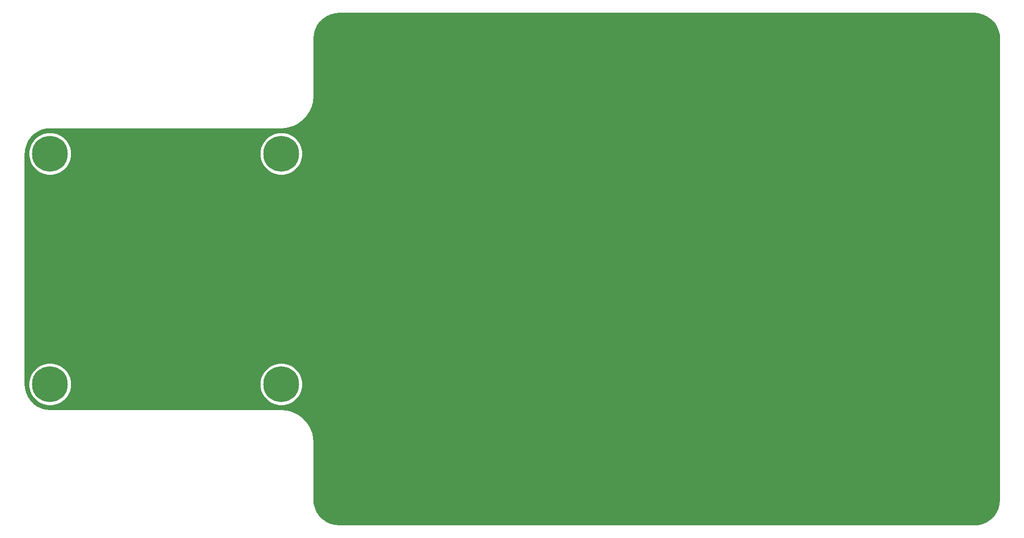
<source format=gtl>
%TF.GenerationSoftware,KiCad,Pcbnew,(5.1.6)-1*%
%TF.CreationDate,2021-12-25T16:32:49-05:00*%
%TF.ProjectId,area,61726561-2e6b-4696-9361-645f70636258,rev?*%
%TF.SameCoordinates,Original*%
%TF.FileFunction,Copper,L1,Top*%
%TF.FilePolarity,Positive*%
%FSLAX46Y46*%
G04 Gerber Fmt 4.6, Leading zero omitted, Abs format (unit mm)*
G04 Created by KiCad (PCBNEW (5.1.6)-1) date 2021-12-25 16:32:49*
%MOMM*%
%LPD*%
G01*
G04 APERTURE LIST*
%TA.AperFunction,ComponentPad*%
%ADD10C,6.200000*%
%TD*%
%TA.AperFunction,NonConductor*%
%ADD11C,0.254000*%
%TD*%
G04 APERTURE END LIST*
D10*
%TO.P,H4,1*%
%TO.N,Net-(H4-Pad1)*%
X109000000Y-115000000D03*
%TD*%
%TO.P,H3,1*%
%TO.N,Net-(H3-Pad1)*%
X109000000Y-75000000D03*
%TD*%
%TO.P,H2,1*%
%TO.N,Net-(H2-Pad1)*%
X69000000Y-115000000D03*
%TD*%
%TO.P,H1,1*%
%TO.N,Net-(H1-Pad1)*%
X69000000Y-75000000D03*
%TD*%
D11*
G36*
X229763637Y-50755875D02*
G01*
X230503140Y-50958180D01*
X231195128Y-51288242D01*
X231817733Y-51735629D01*
X232351268Y-52286195D01*
X232778876Y-52922544D01*
X233087041Y-53624561D01*
X233267283Y-54375320D01*
X233315001Y-55025125D01*
X233315000Y-134969495D01*
X233244125Y-135763637D01*
X233041820Y-136503140D01*
X232711758Y-137195128D01*
X232264371Y-137817733D01*
X231713808Y-138351266D01*
X231077456Y-138778876D01*
X230375437Y-139087042D01*
X229624681Y-139267282D01*
X228974888Y-139315000D01*
X119030493Y-139315000D01*
X118236363Y-139244126D01*
X117496859Y-139041821D01*
X116804871Y-138711759D01*
X116182266Y-138264372D01*
X115648733Y-137713809D01*
X115221123Y-137077457D01*
X114912958Y-136375439D01*
X114732717Y-135624681D01*
X114685000Y-134974902D01*
X114685000Y-124966353D01*
X114682536Y-124941340D01*
X114629522Y-124219417D01*
X114626909Y-124203460D01*
X114626401Y-124187292D01*
X114612435Y-124109675D01*
X114404915Y-123245293D01*
X114398042Y-123224869D01*
X114393560Y-123203785D01*
X114366071Y-123129868D01*
X114008762Y-122315897D01*
X113998378Y-122297008D01*
X113990236Y-122277058D01*
X113950092Y-122209177D01*
X113454289Y-121471343D01*
X113440723Y-121454590D01*
X113429177Y-121436397D01*
X113377662Y-121376717D01*
X113377647Y-121376698D01*
X113377641Y-121376693D01*
X112759019Y-120738325D01*
X112742704Y-120724242D01*
X112728116Y-120708378D01*
X112666829Y-120658748D01*
X111944933Y-120140013D01*
X111926380Y-120129041D01*
X111909215Y-120116012D01*
X111840107Y-120078019D01*
X111037760Y-119695319D01*
X111017559Y-119687806D01*
X110998356Y-119678022D01*
X110923613Y-119652868D01*
X110066177Y-119418300D01*
X110044960Y-119414483D01*
X110024333Y-119408255D01*
X109946322Y-119396735D01*
X109946317Y-119396734D01*
X109946316Y-119396734D01*
X109063969Y-119317987D01*
X109033647Y-119315000D01*
X69030505Y-119315000D01*
X68236363Y-119244125D01*
X67496860Y-119041820D01*
X66804872Y-118711758D01*
X66182267Y-118264371D01*
X65648734Y-117713808D01*
X65221124Y-117077456D01*
X64912958Y-116375437D01*
X64732718Y-115624681D01*
X64685000Y-114974888D01*
X64685000Y-114632135D01*
X65265000Y-114632135D01*
X65265000Y-115367865D01*
X65408534Y-116089459D01*
X65690086Y-116769186D01*
X66098836Y-117380924D01*
X66619076Y-117901164D01*
X67230814Y-118309914D01*
X67910541Y-118591466D01*
X68632135Y-118735000D01*
X69367865Y-118735000D01*
X70089459Y-118591466D01*
X70769186Y-118309914D01*
X71380924Y-117901164D01*
X71901164Y-117380924D01*
X72309914Y-116769186D01*
X72591466Y-116089459D01*
X72735000Y-115367865D01*
X72735000Y-114632135D01*
X105265000Y-114632135D01*
X105265000Y-115367865D01*
X105408534Y-116089459D01*
X105690086Y-116769186D01*
X106098836Y-117380924D01*
X106619076Y-117901164D01*
X107230814Y-118309914D01*
X107910541Y-118591466D01*
X108632135Y-118735000D01*
X109367865Y-118735000D01*
X110089459Y-118591466D01*
X110769186Y-118309914D01*
X111380924Y-117901164D01*
X111901164Y-117380924D01*
X112309914Y-116769186D01*
X112591466Y-116089459D01*
X112735000Y-115367865D01*
X112735000Y-114632135D01*
X112591466Y-113910541D01*
X112309914Y-113230814D01*
X111901164Y-112619076D01*
X111380924Y-112098836D01*
X110769186Y-111690086D01*
X110089459Y-111408534D01*
X109367865Y-111265000D01*
X108632135Y-111265000D01*
X107910541Y-111408534D01*
X107230814Y-111690086D01*
X106619076Y-112098836D01*
X106098836Y-112619076D01*
X105690086Y-113230814D01*
X105408534Y-113910541D01*
X105265000Y-114632135D01*
X72735000Y-114632135D01*
X72591466Y-113910541D01*
X72309914Y-113230814D01*
X71901164Y-112619076D01*
X71380924Y-112098836D01*
X70769186Y-111690086D01*
X70089459Y-111408534D01*
X69367865Y-111265000D01*
X68632135Y-111265000D01*
X67910541Y-111408534D01*
X67230814Y-111690086D01*
X66619076Y-112098836D01*
X66098836Y-112619076D01*
X65690086Y-113230814D01*
X65408534Y-113910541D01*
X65265000Y-114632135D01*
X64685000Y-114632135D01*
X64685000Y-75030506D01*
X64720553Y-74632135D01*
X65265000Y-74632135D01*
X65265000Y-75367865D01*
X65408534Y-76089459D01*
X65690086Y-76769186D01*
X66098836Y-77380924D01*
X66619076Y-77901164D01*
X67230814Y-78309914D01*
X67910541Y-78591466D01*
X68632135Y-78735000D01*
X69367865Y-78735000D01*
X70089459Y-78591466D01*
X70769186Y-78309914D01*
X71380924Y-77901164D01*
X71901164Y-77380924D01*
X72309914Y-76769186D01*
X72591466Y-76089459D01*
X72735000Y-75367865D01*
X72735000Y-74632135D01*
X105265000Y-74632135D01*
X105265000Y-75367865D01*
X105408534Y-76089459D01*
X105690086Y-76769186D01*
X106098836Y-77380924D01*
X106619076Y-77901164D01*
X107230814Y-78309914D01*
X107910541Y-78591466D01*
X108632135Y-78735000D01*
X109367865Y-78735000D01*
X110089459Y-78591466D01*
X110769186Y-78309914D01*
X111380924Y-77901164D01*
X111901164Y-77380924D01*
X112309914Y-76769186D01*
X112591466Y-76089459D01*
X112735000Y-75367865D01*
X112735000Y-74632135D01*
X112591466Y-73910541D01*
X112309914Y-73230814D01*
X111901164Y-72619076D01*
X111380924Y-72098836D01*
X110769186Y-71690086D01*
X110089459Y-71408534D01*
X109367865Y-71265000D01*
X108632135Y-71265000D01*
X107910541Y-71408534D01*
X107230814Y-71690086D01*
X106619076Y-72098836D01*
X106098836Y-72619076D01*
X105690086Y-73230814D01*
X105408534Y-73910541D01*
X105265000Y-74632135D01*
X72735000Y-74632135D01*
X72591466Y-73910541D01*
X72309914Y-73230814D01*
X71901164Y-72619076D01*
X71380924Y-72098836D01*
X70769186Y-71690086D01*
X70089459Y-71408534D01*
X69367865Y-71265000D01*
X68632135Y-71265000D01*
X67910541Y-71408534D01*
X67230814Y-71690086D01*
X66619076Y-72098836D01*
X66098836Y-72619076D01*
X65690086Y-73230814D01*
X65408534Y-73910541D01*
X65265000Y-74632135D01*
X64720553Y-74632135D01*
X64755875Y-74236363D01*
X64958180Y-73496860D01*
X65288242Y-72804872D01*
X65735629Y-72182267D01*
X66286195Y-71648732D01*
X66922544Y-71221124D01*
X67624561Y-70912959D01*
X68375320Y-70732717D01*
X69025112Y-70685000D01*
X109033647Y-70685000D01*
X109058620Y-70682540D01*
X109780583Y-70629523D01*
X109796546Y-70626909D01*
X109812709Y-70626401D01*
X109890325Y-70612436D01*
X110754708Y-70404916D01*
X110775134Y-70398042D01*
X110796215Y-70393561D01*
X110870121Y-70366076D01*
X110870132Y-70366072D01*
X110870136Y-70366070D01*
X111684103Y-70008763D01*
X111702989Y-69998380D01*
X111722943Y-69990237D01*
X111790824Y-69950093D01*
X112528658Y-69454290D01*
X112545408Y-69440726D01*
X112563605Y-69429178D01*
X112623284Y-69377663D01*
X112623303Y-69377648D01*
X112623308Y-69377642D01*
X113261677Y-68759020D01*
X113275762Y-68742702D01*
X113291623Y-68728117D01*
X113341253Y-68666830D01*
X113859988Y-67944934D01*
X113870960Y-67926381D01*
X113883989Y-67909216D01*
X113921982Y-67840108D01*
X114304682Y-67037761D01*
X114312195Y-67017560D01*
X114321979Y-66998357D01*
X114347133Y-66923614D01*
X114581701Y-66066177D01*
X114585518Y-66044960D01*
X114591746Y-66024333D01*
X114603267Y-65946317D01*
X114682024Y-65063861D01*
X114685000Y-65033647D01*
X114685000Y-55030506D01*
X114755875Y-54236363D01*
X114958180Y-53496860D01*
X115288242Y-52804872D01*
X115735629Y-52182267D01*
X116286195Y-51648732D01*
X116922544Y-51221124D01*
X117624561Y-50912959D01*
X118375320Y-50732717D01*
X119025112Y-50685000D01*
X228969494Y-50685000D01*
X229763637Y-50755875D01*
G37*
X229763637Y-50755875D02*
X230503140Y-50958180D01*
X231195128Y-51288242D01*
X231817733Y-51735629D01*
X232351268Y-52286195D01*
X232778876Y-52922544D01*
X233087041Y-53624561D01*
X233267283Y-54375320D01*
X233315001Y-55025125D01*
X233315000Y-134969495D01*
X233244125Y-135763637D01*
X233041820Y-136503140D01*
X232711758Y-137195128D01*
X232264371Y-137817733D01*
X231713808Y-138351266D01*
X231077456Y-138778876D01*
X230375437Y-139087042D01*
X229624681Y-139267282D01*
X228974888Y-139315000D01*
X119030493Y-139315000D01*
X118236363Y-139244126D01*
X117496859Y-139041821D01*
X116804871Y-138711759D01*
X116182266Y-138264372D01*
X115648733Y-137713809D01*
X115221123Y-137077457D01*
X114912958Y-136375439D01*
X114732717Y-135624681D01*
X114685000Y-134974902D01*
X114685000Y-124966353D01*
X114682536Y-124941340D01*
X114629522Y-124219417D01*
X114626909Y-124203460D01*
X114626401Y-124187292D01*
X114612435Y-124109675D01*
X114404915Y-123245293D01*
X114398042Y-123224869D01*
X114393560Y-123203785D01*
X114366071Y-123129868D01*
X114008762Y-122315897D01*
X113998378Y-122297008D01*
X113990236Y-122277058D01*
X113950092Y-122209177D01*
X113454289Y-121471343D01*
X113440723Y-121454590D01*
X113429177Y-121436397D01*
X113377662Y-121376717D01*
X113377647Y-121376698D01*
X113377641Y-121376693D01*
X112759019Y-120738325D01*
X112742704Y-120724242D01*
X112728116Y-120708378D01*
X112666829Y-120658748D01*
X111944933Y-120140013D01*
X111926380Y-120129041D01*
X111909215Y-120116012D01*
X111840107Y-120078019D01*
X111037760Y-119695319D01*
X111017559Y-119687806D01*
X110998356Y-119678022D01*
X110923613Y-119652868D01*
X110066177Y-119418300D01*
X110044960Y-119414483D01*
X110024333Y-119408255D01*
X109946322Y-119396735D01*
X109946317Y-119396734D01*
X109946316Y-119396734D01*
X109063969Y-119317987D01*
X109033647Y-119315000D01*
X69030505Y-119315000D01*
X68236363Y-119244125D01*
X67496860Y-119041820D01*
X66804872Y-118711758D01*
X66182267Y-118264371D01*
X65648734Y-117713808D01*
X65221124Y-117077456D01*
X64912958Y-116375437D01*
X64732718Y-115624681D01*
X64685000Y-114974888D01*
X64685000Y-114632135D01*
X65265000Y-114632135D01*
X65265000Y-115367865D01*
X65408534Y-116089459D01*
X65690086Y-116769186D01*
X66098836Y-117380924D01*
X66619076Y-117901164D01*
X67230814Y-118309914D01*
X67910541Y-118591466D01*
X68632135Y-118735000D01*
X69367865Y-118735000D01*
X70089459Y-118591466D01*
X70769186Y-118309914D01*
X71380924Y-117901164D01*
X71901164Y-117380924D01*
X72309914Y-116769186D01*
X72591466Y-116089459D01*
X72735000Y-115367865D01*
X72735000Y-114632135D01*
X105265000Y-114632135D01*
X105265000Y-115367865D01*
X105408534Y-116089459D01*
X105690086Y-116769186D01*
X106098836Y-117380924D01*
X106619076Y-117901164D01*
X107230814Y-118309914D01*
X107910541Y-118591466D01*
X108632135Y-118735000D01*
X109367865Y-118735000D01*
X110089459Y-118591466D01*
X110769186Y-118309914D01*
X111380924Y-117901164D01*
X111901164Y-117380924D01*
X112309914Y-116769186D01*
X112591466Y-116089459D01*
X112735000Y-115367865D01*
X112735000Y-114632135D01*
X112591466Y-113910541D01*
X112309914Y-113230814D01*
X111901164Y-112619076D01*
X111380924Y-112098836D01*
X110769186Y-111690086D01*
X110089459Y-111408534D01*
X109367865Y-111265000D01*
X108632135Y-111265000D01*
X107910541Y-111408534D01*
X107230814Y-111690086D01*
X106619076Y-112098836D01*
X106098836Y-112619076D01*
X105690086Y-113230814D01*
X105408534Y-113910541D01*
X105265000Y-114632135D01*
X72735000Y-114632135D01*
X72591466Y-113910541D01*
X72309914Y-113230814D01*
X71901164Y-112619076D01*
X71380924Y-112098836D01*
X70769186Y-111690086D01*
X70089459Y-111408534D01*
X69367865Y-111265000D01*
X68632135Y-111265000D01*
X67910541Y-111408534D01*
X67230814Y-111690086D01*
X66619076Y-112098836D01*
X66098836Y-112619076D01*
X65690086Y-113230814D01*
X65408534Y-113910541D01*
X65265000Y-114632135D01*
X64685000Y-114632135D01*
X64685000Y-75030506D01*
X64720553Y-74632135D01*
X65265000Y-74632135D01*
X65265000Y-75367865D01*
X65408534Y-76089459D01*
X65690086Y-76769186D01*
X66098836Y-77380924D01*
X66619076Y-77901164D01*
X67230814Y-78309914D01*
X67910541Y-78591466D01*
X68632135Y-78735000D01*
X69367865Y-78735000D01*
X70089459Y-78591466D01*
X70769186Y-78309914D01*
X71380924Y-77901164D01*
X71901164Y-77380924D01*
X72309914Y-76769186D01*
X72591466Y-76089459D01*
X72735000Y-75367865D01*
X72735000Y-74632135D01*
X105265000Y-74632135D01*
X105265000Y-75367865D01*
X105408534Y-76089459D01*
X105690086Y-76769186D01*
X106098836Y-77380924D01*
X106619076Y-77901164D01*
X107230814Y-78309914D01*
X107910541Y-78591466D01*
X108632135Y-78735000D01*
X109367865Y-78735000D01*
X110089459Y-78591466D01*
X110769186Y-78309914D01*
X111380924Y-77901164D01*
X111901164Y-77380924D01*
X112309914Y-76769186D01*
X112591466Y-76089459D01*
X112735000Y-75367865D01*
X112735000Y-74632135D01*
X112591466Y-73910541D01*
X112309914Y-73230814D01*
X111901164Y-72619076D01*
X111380924Y-72098836D01*
X110769186Y-71690086D01*
X110089459Y-71408534D01*
X109367865Y-71265000D01*
X108632135Y-71265000D01*
X107910541Y-71408534D01*
X107230814Y-71690086D01*
X106619076Y-72098836D01*
X106098836Y-72619076D01*
X105690086Y-73230814D01*
X105408534Y-73910541D01*
X105265000Y-74632135D01*
X72735000Y-74632135D01*
X72591466Y-73910541D01*
X72309914Y-73230814D01*
X71901164Y-72619076D01*
X71380924Y-72098836D01*
X70769186Y-71690086D01*
X70089459Y-71408534D01*
X69367865Y-71265000D01*
X68632135Y-71265000D01*
X67910541Y-71408534D01*
X67230814Y-71690086D01*
X66619076Y-72098836D01*
X66098836Y-72619076D01*
X65690086Y-73230814D01*
X65408534Y-73910541D01*
X65265000Y-74632135D01*
X64720553Y-74632135D01*
X64755875Y-74236363D01*
X64958180Y-73496860D01*
X65288242Y-72804872D01*
X65735629Y-72182267D01*
X66286195Y-71648732D01*
X66922544Y-71221124D01*
X67624561Y-70912959D01*
X68375320Y-70732717D01*
X69025112Y-70685000D01*
X109033647Y-70685000D01*
X109058620Y-70682540D01*
X109780583Y-70629523D01*
X109796546Y-70626909D01*
X109812709Y-70626401D01*
X109890325Y-70612436D01*
X110754708Y-70404916D01*
X110775134Y-70398042D01*
X110796215Y-70393561D01*
X110870121Y-70366076D01*
X110870132Y-70366072D01*
X110870136Y-70366070D01*
X111684103Y-70008763D01*
X111702989Y-69998380D01*
X111722943Y-69990237D01*
X111790824Y-69950093D01*
X112528658Y-69454290D01*
X112545408Y-69440726D01*
X112563605Y-69429178D01*
X112623284Y-69377663D01*
X112623303Y-69377648D01*
X112623308Y-69377642D01*
X113261677Y-68759020D01*
X113275762Y-68742702D01*
X113291623Y-68728117D01*
X113341253Y-68666830D01*
X113859988Y-67944934D01*
X113870960Y-67926381D01*
X113883989Y-67909216D01*
X113921982Y-67840108D01*
X114304682Y-67037761D01*
X114312195Y-67017560D01*
X114321979Y-66998357D01*
X114347133Y-66923614D01*
X114581701Y-66066177D01*
X114585518Y-66044960D01*
X114591746Y-66024333D01*
X114603267Y-65946317D01*
X114682024Y-65063861D01*
X114685000Y-65033647D01*
X114685000Y-55030506D01*
X114755875Y-54236363D01*
X114958180Y-53496860D01*
X115288242Y-52804872D01*
X115735629Y-52182267D01*
X116286195Y-51648732D01*
X116922544Y-51221124D01*
X117624561Y-50912959D01*
X118375320Y-50732717D01*
X119025112Y-50685000D01*
X228969494Y-50685000D01*
X229763637Y-50755875D01*
M02*

</source>
